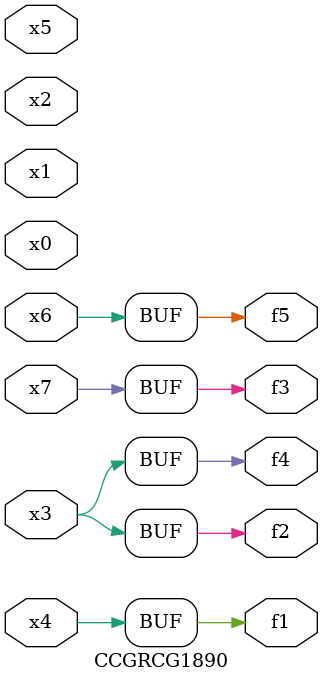
<source format=v>
module CCGRCG1890(
	input x0, x1, x2, x3, x4, x5, x6, x7,
	output f1, f2, f3, f4, f5
);
	assign f1 = x4;
	assign f2 = x3;
	assign f3 = x7;
	assign f4 = x3;
	assign f5 = x6;
endmodule

</source>
